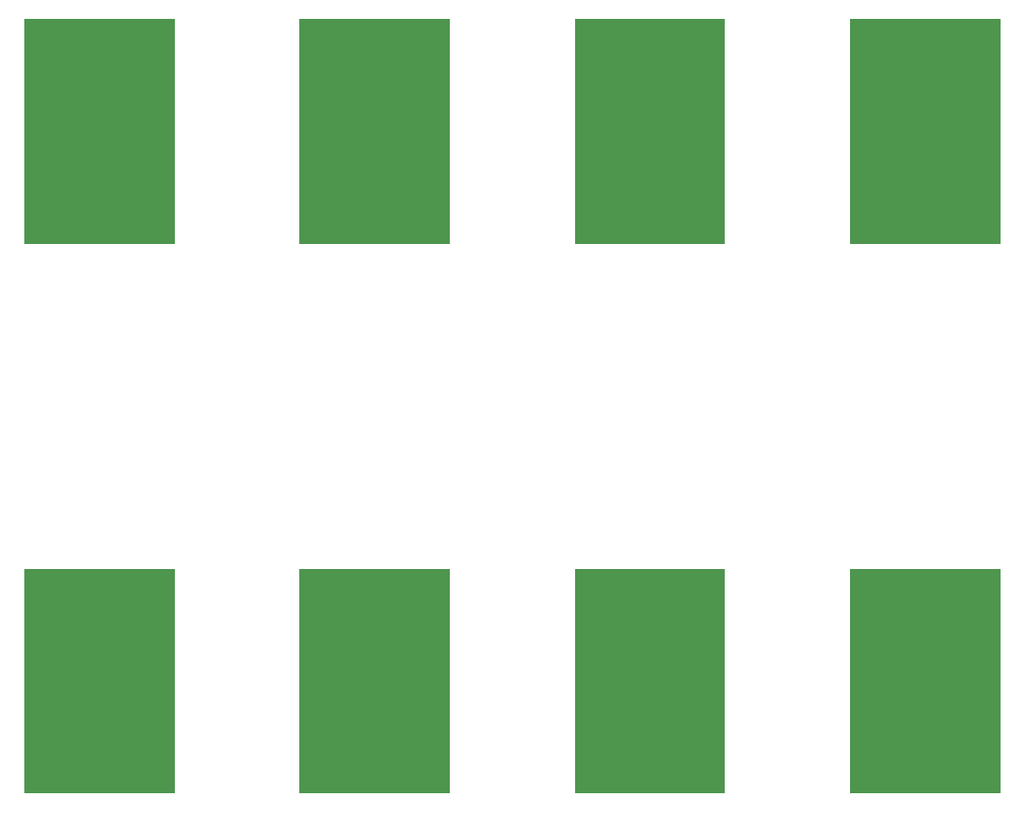
<source format=gtl>
G04 Layer: TopLayer*
G04 EasyEDA v6.5.48, 2025-04-04 20:19:38*
G04 5d643108938d4fa08da35c650146ece2,1325da5ee82d4c18a3c5ed8750efaddb,10*
G04 Gerber Generator version 0.2*
G04 Scale: 100 percent, Rotated: No, Reflected: No *
G04 Dimensions in millimeters *
G04 leading zeros omitted , absolute positions ,4 integer and 5 decimal *
%FSLAX45Y45*%
%MOMM*%

%ADD10C,1.5000*%

%LPD*%
G36*
X586003Y-1359001D02*
G01*
X1996998Y-1359001D01*
X1996998Y-3470198D01*
X586003Y-3470198D01*
G37*
G36*
X3171088Y-1359001D02*
G01*
X4582083Y-1359001D01*
X4582083Y-3470198D01*
X3171088Y-3470198D01*
G37*
G36*
X586003Y-6529400D02*
G01*
X1996998Y-6529400D01*
X1996998Y-8640597D01*
X586003Y-8640597D01*
G37*
G36*
X3171088Y-6529400D02*
G01*
X4582083Y-6529400D01*
X4582083Y-8640597D01*
X3171088Y-8640597D01*
G37*
G36*
X5755487Y-6529400D02*
G01*
X7166483Y-6529400D01*
X7166483Y-8640597D01*
X5755487Y-8640597D01*
G37*
G36*
X8339886Y-6529400D02*
G01*
X9750882Y-6529400D01*
X9750882Y-8640597D01*
X8339886Y-8640597D01*
G37*
G36*
X5755487Y-1359001D02*
G01*
X7166483Y-1359001D01*
X7166483Y-3470198D01*
X5755487Y-3470198D01*
G37*
G36*
X8339886Y-1359001D02*
G01*
X9750882Y-1359001D01*
X9750882Y-3470198D01*
X8339886Y-3470198D01*
G37*
D10*
G01*
X1688998Y-2415590D03*
G01*
X4273981Y-2415590D03*
G01*
X6858381Y-2415590D03*
G01*
X9444278Y-2415590D03*
G01*
X1688998Y-7584389D03*
G01*
X6858381Y-7584389D03*
G01*
X9444278Y-7584389D03*
G01*
X4273981Y-7584389D03*
M02*

</source>
